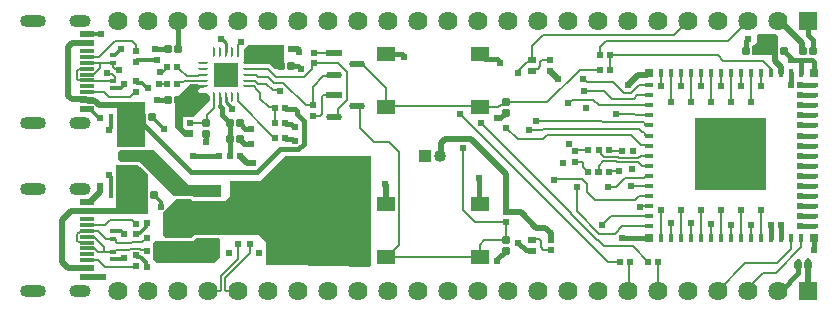
<source format=gtl>
G04*
G04 #@! TF.GenerationSoftware,Altium Limited,Altium Designer,25.8.1 (18)*
G04*
G04 Layer_Physical_Order=1*
G04 Layer_Color=255*
%FSLAX25Y25*%
%MOIN*%
G70*
G04*
G04 #@! TF.SameCoordinates,84CAB14F-A09E-4842-903A-F773CCEDBAE3*
G04*
G04*
G04 #@! TF.FilePolarity,Positive*
G04*
G01*
G75*
%ADD12C,0.00600*%
%ADD17R,0.02126X0.02362*%
G04:AMPARAMS|DCode=18|XSize=33.06mil|YSize=9.55mil|CornerRadius=4.77mil|HoleSize=0mil|Usage=FLASHONLY|Rotation=270.000|XOffset=0mil|YOffset=0mil|HoleType=Round|Shape=RoundedRectangle|*
%AMROUNDEDRECTD18*
21,1,0.03306,0.00000,0,0,270.0*
21,1,0.02351,0.00955,0,0,270.0*
1,1,0.00955,0.00000,-0.01176*
1,1,0.00955,0.00000,0.01176*
1,1,0.00955,0.00000,0.01176*
1,1,0.00955,0.00000,-0.01176*
%
%ADD18ROUNDEDRECTD18*%
%ADD19R,0.04528X0.02362*%
%ADD20R,0.02362X0.01378*%
%ADD21R,0.02362X0.02126*%
G04:AMPARAMS|DCode=22|XSize=23.62mil|YSize=26.38mil|CornerRadius=2.95mil|HoleSize=0mil|Usage=FLASHONLY|Rotation=270.000|XOffset=0mil|YOffset=0mil|HoleType=Round|Shape=RoundedRectangle|*
%AMROUNDEDRECTD22*
21,1,0.02362,0.02047,0,0,270.0*
21,1,0.01772,0.02638,0,0,270.0*
1,1,0.00591,-0.01024,-0.00886*
1,1,0.00591,-0.01024,0.00886*
1,1,0.00591,0.01024,0.00886*
1,1,0.00591,0.01024,-0.00886*
%
%ADD22ROUNDEDRECTD22*%
%ADD23R,0.01378X0.02362*%
G04:AMPARAMS|DCode=24|XSize=35.43mil|YSize=68.9mil|CornerRadius=1.95mil|HoleSize=0mil|Usage=FLASHONLY|Rotation=90.000|XOffset=0mil|YOffset=0mil|HoleType=Round|Shape=RoundedRectangle|*
%AMROUNDEDRECTD24*
21,1,0.03543,0.06500,0,0,90.0*
21,1,0.03154,0.06890,0,0,90.0*
1,1,0.00390,0.03250,0.01577*
1,1,0.00390,0.03250,-0.01577*
1,1,0.00390,-0.03250,-0.01577*
1,1,0.00390,-0.03250,0.01577*
%
%ADD24ROUNDEDRECTD24*%
G04:AMPARAMS|DCode=25|XSize=125.98mil|YSize=68.9mil|CornerRadius=2.07mil|HoleSize=0mil|Usage=FLASHONLY|Rotation=90.000|XOffset=0mil|YOffset=0mil|HoleType=Round|Shape=RoundedRectangle|*
%AMROUNDEDRECTD25*
21,1,0.12598,0.06476,0,0,90.0*
21,1,0.12185,0.06890,0,0,90.0*
1,1,0.00413,0.03238,0.06093*
1,1,0.00413,0.03238,-0.06093*
1,1,0.00413,-0.03238,-0.06093*
1,1,0.00413,-0.03238,0.06093*
%
%ADD25ROUNDEDRECTD25*%
G04:AMPARAMS|DCode=26|XSize=23.62mil|YSize=26.38mil|CornerRadius=2.95mil|HoleSize=0mil|Usage=FLASHONLY|Rotation=180.000|XOffset=0mil|YOffset=0mil|HoleType=Round|Shape=RoundedRectangle|*
%AMROUNDEDRECTD26*
21,1,0.02362,0.02047,0,0,180.0*
21,1,0.01772,0.02638,0,0,180.0*
1,1,0.00591,-0.00886,0.01024*
1,1,0.00591,0.00886,0.01024*
1,1,0.00591,0.00886,-0.01024*
1,1,0.00591,-0.00886,-0.01024*
%
%ADD26ROUNDEDRECTD26*%
%ADD27R,0.02756X0.02362*%
%ADD28R,0.03150X0.03150*%
%ADD29R,0.04724X0.04724*%
%ADD30R,0.06100X0.05100*%
%ADD31R,0.01575X0.03150*%
%ADD32R,0.03150X0.01575*%
G04:AMPARAMS|DCode=33|XSize=53.43mil|YSize=22.53mil|CornerRadius=11.26mil|HoleSize=0mil|Usage=FLASHONLY|Rotation=0.000|XOffset=0mil|YOffset=0mil|HoleType=Round|Shape=RoundedRectangle|*
%AMROUNDEDRECTD33*
21,1,0.05343,0.00000,0,0,0.0*
21,1,0.03091,0.02253,0,0,0.0*
1,1,0.02253,0.01545,0.00000*
1,1,0.02253,-0.01545,0.00000*
1,1,0.02253,-0.01545,0.00000*
1,1,0.02253,0.01545,0.00000*
%
%ADD33ROUNDEDRECTD33*%
G04:AMPARAMS|DCode=34|XSize=9.55mil|YSize=33.06mil|CornerRadius=4.77mil|HoleSize=0mil|Usage=FLASHONLY|Rotation=270.000|XOffset=0mil|YOffset=0mil|HoleType=Round|Shape=RoundedRectangle|*
%AMROUNDEDRECTD34*
21,1,0.00955,0.02351,0,0,270.0*
21,1,0.00000,0.03306,0,0,270.0*
1,1,0.00955,-0.01176,0.00000*
1,1,0.00955,-0.01176,0.00000*
1,1,0.00955,0.01176,0.00000*
1,1,0.00955,0.01176,0.00000*
%
%ADD34ROUNDEDRECTD34*%
%ADD35R,0.00955X0.03306*%
%ADD36R,0.04528X0.01181*%
%ADD37R,0.05343X0.02253*%
%ADD51R,0.08071X0.08071*%
G04:AMPARAMS|DCode=52|XSize=39.37mil|YSize=70.87mil|CornerRadius=19.68mil|HoleSize=0mil|Usage=FLASHONLY|Rotation=270.000|XOffset=0mil|YOffset=0mil|HoleType=Round|Shape=RoundedRectangle|*
%AMROUNDEDRECTD52*
21,1,0.03937,0.03150,0,0,270.0*
21,1,0.00000,0.07087,0,0,270.0*
1,1,0.03937,-0.01575,0.00000*
1,1,0.03937,-0.01575,0.00000*
1,1,0.03937,0.01575,0.00000*
1,1,0.03937,0.01575,0.00000*
%
%ADD52ROUNDEDRECTD52*%
G04:AMPARAMS|DCode=54|XSize=39.37mil|YSize=86.61mil|CornerRadius=19.68mil|HoleSize=0mil|Usage=FLASHONLY|Rotation=270.000|XOffset=0mil|YOffset=0mil|HoleType=Round|Shape=RoundedRectangle|*
%AMROUNDEDRECTD54*
21,1,0.03937,0.04724,0,0,270.0*
21,1,0.00000,0.08661,0,0,270.0*
1,1,0.03937,-0.02362,0.00000*
1,1,0.03937,-0.02362,0.00000*
1,1,0.03937,0.02362,0.00000*
1,1,0.03937,0.02362,0.00000*
%
%ADD54ROUNDEDRECTD54*%
%ADD59R,0.01575X0.01575*%
%ADD60C,0.00603*%
%ADD61C,0.01001*%
%ADD62C,0.01500*%
%ADD63C,0.02000*%
%ADD64C,0.01200*%
%ADD65C,0.06400*%
%ADD66R,0.06400X0.06400*%
%ADD67R,0.04000X0.04000*%
%ADD68C,0.04000*%
%ADD69R,0.04000X0.04000*%
%ADD70C,0.02400*%
G36*
X255000Y90000D02*
X255000Y83500D01*
X246500D01*
Y86500D01*
X248000Y87500D01*
Y90000D01*
X248500Y90500D01*
X254500D01*
X255000Y90000D01*
D02*
G37*
G36*
X90400Y79228D02*
X89972Y78807D01*
X87450Y78850D01*
X85900Y80400D01*
X77524D01*
X77100Y80824D01*
X77100Y85600D01*
X78500Y87000D01*
X90400D01*
Y79228D01*
D02*
G37*
G36*
X61600Y71500D02*
X62200Y70900D01*
X64800D01*
X65700Y70000D01*
Y68400D01*
X60200Y62900D01*
X56800D01*
Y59300D01*
X56819Y59281D01*
Y58638D01*
X57462D01*
X57700Y58400D01*
X60200D01*
Y56200D01*
X57500D01*
X54100Y59600D01*
Y69900D01*
X55300D01*
X59200Y73800D01*
X61600Y73800D01*
Y71500D01*
D02*
G37*
G36*
X44200Y67927D02*
Y53020D01*
X35900D01*
X35802Y53000D01*
X34600D01*
Y67537D01*
X35025Y67960D01*
X44200Y67927D01*
D02*
G37*
G36*
X251000Y38500D02*
X227500D01*
Y62500D01*
X251000D01*
Y38500D01*
D02*
G37*
G36*
X58800Y40100D02*
X69500D01*
Y36206D01*
X60296D01*
X59793Y36568D01*
X53900Y36600D01*
X43300Y47000D01*
X42281Y48000D01*
X36100D01*
X35200Y48900D01*
Y51300D01*
X35900Y52000D01*
X46900D01*
X58800Y40100D01*
D02*
G37*
G36*
X119500Y13378D02*
X118959Y12848D01*
X91876Y13480D01*
X84500D01*
Y21000D01*
X82000Y23500D01*
X68735D01*
X68676Y23512D01*
X61500D01*
X61440Y23500D01*
X60500D01*
X59500Y22500D01*
X51000D01*
X50000Y23500D01*
Y31000D01*
X54500Y35500D01*
X59500D01*
X60000Y35000D01*
X71000Y35000D01*
X72500Y36500D01*
Y41500D01*
X82500D01*
X91000Y50000D01*
X119500D01*
Y13378D01*
D02*
G37*
G36*
X36100Y46980D02*
X41864D01*
X42586Y46272D01*
X45000Y43904D01*
Y30500D01*
X34500D01*
Y47000D01*
X36002D01*
X36100Y46980D01*
D02*
G37*
G36*
X69100Y22068D02*
X69100Y21440D01*
X69100Y16300D01*
X67100Y14300D01*
X48100D01*
X46700Y15700D01*
Y20800D01*
X47340Y21440D01*
X59951D01*
X61500Y22492D01*
X68676D01*
X69100Y22068D01*
D02*
G37*
D12*
X67063Y65781D02*
Y69459D01*
X74937Y68328D02*
Y69459D01*
X78541Y73063D02*
X80437D01*
X78541Y75032D02*
X80731D01*
X79694Y76977D02*
X81123D01*
X79694Y78946D02*
X81500D01*
X80437Y73063D02*
X81500Y72000D01*
X80731Y75032D02*
X81500Y74263D01*
X81123Y76977D02*
X81500Y76600D01*
X74937Y84541D02*
Y86914D01*
X75523Y87500D01*
X80000Y85000D02*
X80179Y84821D01*
X74937Y68328D02*
X86584Y56681D01*
X86736D01*
X87299Y56118D01*
Y56000D02*
Y56118D01*
X64683Y63402D02*
X67063Y65781D01*
X64683Y60904D02*
Y63402D01*
X64500Y60720D02*
X64683Y60904D01*
X59000Y60701D02*
X59010Y60711D01*
X64490D01*
X64500Y60720D01*
X100000Y66701D02*
Y73000D01*
X103520Y76520D01*
X107018D01*
X107258Y76760D01*
X90018Y74300D02*
X97618Y66701D01*
X100000D01*
X87028Y74300D02*
X90018D01*
X85066Y76263D02*
X87028Y74300D01*
X81837Y76263D02*
X85066D01*
X81500Y76600D02*
X81837Y76263D01*
X99819Y79001D02*
Y80236D01*
X100382Y80799D01*
X100500D01*
X97118Y76300D02*
X99819Y79001D01*
X100500Y80799D02*
X108478D01*
X111429Y77848D01*
Y68493D02*
Y77848D01*
X108323Y65386D02*
X111429Y68493D01*
X108323Y63338D02*
Y65386D01*
X107744Y62760D02*
X108323Y63338D01*
X107258Y62760D02*
X107744D01*
X87892Y76300D02*
X97118D01*
X85246Y78946D02*
X87892Y76300D01*
X81500Y78946D02*
X85246D01*
X75500Y87500D02*
X75523D01*
X75500D02*
X76000Y88000D01*
X149000Y64000D02*
X198500Y14500D01*
X202299D01*
X87299Y61000D02*
Y66000D01*
X81500Y72000D02*
X82500Y71000D01*
X85322Y66178D02*
X87239D01*
X87299Y66118D01*
X82500Y69000D02*
Y71000D01*
Y69000D02*
X85322Y66178D01*
X206617Y19800D02*
X211799Y14618D01*
Y14500D02*
Y14618D01*
X86732Y71768D02*
X88732D01*
X89000Y71500D01*
X84500Y74000D02*
X86732Y71768D01*
X81763Y74000D02*
X84500D01*
X81500Y74263D02*
X81763Y74000D01*
X195000Y22000D02*
X197200Y19800D01*
X156000Y61000D02*
X186000Y31000D01*
X197200Y19800D02*
X206617D01*
X194672Y22000D02*
X195000D01*
X186000Y30672D02*
X194672Y22000D01*
X186000Y30672D02*
Y31000D01*
X199700Y68800D02*
X206947D01*
X190500Y71500D02*
X197000D01*
X199700Y68800D01*
X193319Y68700D02*
X195286Y66732D01*
X186486Y68700D02*
X193319D01*
X185000Y67500D02*
X185286D01*
X186486Y68700D01*
X195286Y66732D02*
X211945D01*
X201000Y64000D02*
X207090D01*
X207704Y63386D01*
X200182Y74500D02*
X203882Y70800D01*
X190000Y75500D02*
X190286D01*
X191286Y74500D02*
X200182D01*
X190286Y75500D02*
X191286Y74500D01*
X174500Y61500D02*
X196257D01*
X172000Y58500D02*
X176379D01*
X176679Y58800D01*
X208701D01*
X164500Y67721D02*
X178220D01*
X189000Y78500D01*
X195799D01*
X176000Y19417D02*
X176819Y18598D01*
X173000Y21870D02*
X173338Y22208D01*
X175292D01*
X176000Y19417D02*
Y21500D01*
X175292Y22208D02*
X176000Y21500D01*
X176819Y18598D02*
X179500D01*
X188000Y31500D02*
Y39500D01*
Y31500D02*
X195500Y24000D01*
X200682D01*
X80179Y84821D02*
X83200D01*
X83761Y85382D01*
X89181D01*
X89289Y85490D02*
X89299Y85500D01*
X89181Y85382D02*
X89289Y85490D01*
X89280Y80000D02*
X89289Y80010D01*
X40882Y71299D02*
X41000D01*
X39083Y69500D02*
X40882Y71299D01*
X32000Y69500D02*
X39083D01*
X30398Y71102D02*
X32000Y69500D01*
X24764Y71102D02*
X30398D01*
X41000Y84701D02*
Y87000D01*
X39800Y88200D02*
X41000Y87000D01*
X34150Y88200D02*
X39800D01*
X28863Y82913D02*
X34150Y88200D01*
X24764Y82913D02*
X28863D01*
X206200Y56800D02*
X209558Y53443D01*
X176823Y55505D02*
X178118Y56800D01*
X206200D01*
X210284Y57752D02*
X210870Y57166D01*
X209749Y57752D02*
X210284D01*
X208701Y58800D02*
X209749Y57752D01*
X196659Y61098D02*
X210284D01*
X210870Y60513D01*
X196257Y61500D02*
X196659Y61098D01*
X211157Y60039D02*
X211945D01*
X210870Y60327D02*
Y60513D01*
Y60327D02*
X211157Y60039D01*
X164500Y59286D02*
X168281Y55505D01*
X176823D01*
X210550Y42700D02*
X211157Y43307D01*
X211945D01*
X204200Y42700D02*
X210550D01*
X198500Y39500D02*
X201000D01*
X204200Y42700D01*
X211849Y53443D02*
X211945Y53347D01*
X209558Y53443D02*
X211849D01*
X30807Y12800D02*
X40501D01*
X41000Y13299D01*
X24764Y15118D02*
X28488D01*
X30807Y12800D01*
X39733Y28500D02*
X40319Y27914D01*
X32500Y28500D02*
X39733D01*
X40882Y27201D02*
X41000D01*
X40319Y27764D02*
X40882Y27201D01*
X40319Y27764D02*
Y27914D01*
X30929Y26929D02*
X32500Y28500D01*
X24764Y26929D02*
X30929D01*
X150000Y31787D02*
Y52500D01*
Y31787D02*
X153987Y27799D01*
X164500D01*
Y21721D02*
Y27799D01*
X157020Y21721D02*
X164500D01*
X155650Y20350D02*
X157020Y21721D01*
X155650Y16142D02*
Y20350D01*
X124350Y16142D02*
X155650D01*
X125500Y54500D02*
X128900Y51100D01*
X120500Y54500D02*
X125500D01*
X115788Y59212D02*
X120500Y54500D01*
X115788Y59212D02*
Y65921D01*
X128900Y20192D02*
Y51100D01*
X115209Y66500D02*
X115788Y65921D01*
X114742Y66500D02*
X115209D01*
X124850Y16142D02*
X128900Y20192D01*
X124350Y16142D02*
X124850D01*
X155650Y66142D02*
X161914D01*
X124909Y66700D02*
X155091D01*
X155650Y66142D01*
X124350D02*
X124909Y66700D01*
X163095Y66961D02*
X163174Y67039D01*
X163819D01*
X161914Y66142D02*
X162733Y66961D01*
X163095D01*
X163819Y67039D02*
X164500Y67721D01*
X124350Y66142D02*
Y72437D01*
X116288Y80500D02*
X124350Y72437D01*
X114742Y80500D02*
X116288D01*
X103000Y64000D02*
Y69654D01*
X103586Y70240D01*
X107258D01*
X102299Y63299D02*
X103000Y64000D01*
X100000Y63299D02*
X102299D01*
X107238Y84220D02*
X107258Y84240D01*
X100520Y84220D02*
X107238D01*
X100500Y84201D02*
X100520Y84220D01*
X236872Y81628D02*
X249958D01*
X235000Y83500D02*
X236872Y81628D01*
X199201Y83500D02*
X235000D01*
X252602Y77846D02*
X252890Y77559D01*
X252602Y77846D02*
Y78983D01*
X249958Y81628D02*
X252602Y78983D01*
X199201Y78500D02*
Y83500D01*
X238300Y88300D02*
X245000Y95000D01*
X197918Y88300D02*
X238300D01*
X195799Y86181D02*
X197918Y88300D01*
X195799Y83500D02*
Y86181D01*
X215000Y5000D02*
X215100Y5100D01*
Y14400D01*
X215201Y14500D01*
X205000Y5000D02*
X205350Y5350D01*
Y14150D01*
X205701Y14500D01*
X211157Y56693D02*
X211945D01*
X210870Y56980D02*
X211157Y56693D01*
X210870Y56980D02*
Y57166D01*
X207704Y63386D02*
X211945D01*
X180500Y42000D02*
X180700Y42200D01*
X189632D01*
X209134Y33134D02*
X210870D01*
X209000Y33000D02*
X209134Y33134D01*
X210870D02*
X211004Y33268D01*
X211945D01*
X206947Y68800D02*
X208225Y70079D01*
X211945D01*
X203882Y70800D02*
X206118D01*
X208744Y73425D01*
X211945D01*
X176800Y90300D02*
X220300D01*
X173000Y86500D02*
X176800Y90300D01*
X220300D02*
X225000Y95000D01*
X173000Y81870D02*
Y86500D01*
Y78130D02*
X173681Y78811D01*
X174966D01*
X175878Y79723D02*
Y81115D01*
X174966Y78811D02*
X175878Y79723D01*
Y81115D02*
X176464Y81701D01*
X179000D01*
X168500Y77500D02*
X168768Y77768D01*
X171379Y81189D02*
X172319D01*
X168768Y78578D02*
X171379Y81189D01*
X168768Y77768D02*
Y78578D01*
X172319Y81189D02*
X173000Y81870D01*
X194111Y35268D02*
X207500D01*
X191365Y38014D02*
X194111Y35268D01*
X191365Y38014D02*
Y40467D01*
X189632Y42200D02*
X191365Y40467D01*
X207500Y35268D02*
X208846Y36614D01*
X211945D01*
X200682Y24000D02*
X203256Y26575D01*
X211945D01*
X206000Y40000D02*
X206039Y39961D01*
X211945D01*
X196500Y27000D02*
X199421Y29921D01*
X211945D01*
X232784Y22468D02*
Y27216D01*
X232757Y27243D02*
X232784Y27216D01*
Y22468D02*
X232811Y22441D01*
X219463Y27463D02*
X219500Y27500D01*
X219463Y22478D02*
Y27463D01*
X226059Y22500D02*
X226118Y22441D01*
X226059Y22500D02*
Y27441D01*
X226000Y27500D02*
X226059Y27441D01*
X219425Y22441D02*
X219463Y22478D01*
X249543Y22441D02*
Y31996D01*
X246197Y22441D02*
Y26957D01*
X235000Y5000D02*
X244214Y14214D01*
X254786D01*
X259583Y19010D01*
Y22441D01*
X250000Y11000D02*
X254401D01*
X262929Y19528D01*
Y22441D01*
X245000Y6000D02*
X250000Y11000D01*
X245000Y5000D02*
Y6000D01*
X246197Y68004D02*
Y77559D01*
X216079Y73043D02*
Y77559D01*
Y22441D02*
Y31996D01*
X239504Y22441D02*
Y26957D01*
X242850Y22441D02*
Y31996D01*
X236157Y22441D02*
Y31996D01*
X229465Y22441D02*
Y31996D01*
X222772Y22441D02*
Y31996D01*
Y73043D02*
Y77559D01*
X219425Y68004D02*
Y77559D01*
X229465Y73043D02*
Y77559D01*
X226118Y68004D02*
Y77559D01*
X236157Y73043D02*
Y77559D01*
X232811Y68004D02*
Y77559D01*
X239500Y68000D02*
X239504Y68004D01*
Y77559D01*
X242850Y73043D02*
Y77559D01*
X249543Y73043D02*
Y77559D01*
D17*
X87299Y56000D02*
D03*
X90701D02*
D03*
Y61000D02*
D03*
X202299Y14500D02*
D03*
X72299Y50000D02*
D03*
D03*
X87299Y61000D02*
D03*
Y66000D02*
D03*
X211799Y14500D02*
D03*
X195201Y44500D02*
D03*
X191799D02*
D03*
X75701Y50000D02*
D03*
X92701Y85500D02*
D03*
X54902Y79500D02*
D03*
Y74000D02*
D03*
X89299Y85500D02*
D03*
X195299Y44500D02*
D03*
X198701Y51800D02*
D03*
X195299D02*
D03*
D03*
X195799Y78500D02*
D03*
X191898Y51800D02*
D03*
X198701Y44500D02*
D03*
X68898Y50000D02*
D03*
X51500Y74000D02*
D03*
Y79500D02*
D03*
X90701Y66000D02*
D03*
X199201Y83500D02*
D03*
X195799D02*
D03*
X205701Y14500D02*
D03*
X215201D02*
D03*
X199201Y78500D02*
D03*
D18*
X74937Y69459D02*
D03*
X71000Y84541D02*
D03*
Y69459D02*
D03*
X67063D02*
D03*
X69032D02*
D03*
X72969Y84541D02*
D03*
X69032D02*
D03*
X67063D02*
D03*
X72969Y69459D02*
D03*
D19*
X24764Y9409D02*
D03*
Y34606D02*
D03*
Y65394D02*
D03*
Y90591D02*
D03*
Y68543D02*
D03*
Y87441D02*
D03*
Y31457D02*
D03*
Y12559D02*
D03*
D20*
X33500Y15441D02*
D03*
Y24780D02*
D03*
Y72441D02*
D03*
Y83559D02*
D03*
Y18000D02*
D03*
Y81000D02*
D03*
Y75000D02*
D03*
Y22220D02*
D03*
D21*
X41000Y16701D02*
D03*
Y81299D02*
D03*
Y74701D02*
D03*
Y23799D02*
D03*
X59000Y60701D02*
D03*
X100000Y66701D02*
D03*
X100500Y80799D02*
D03*
X164500Y31201D02*
D03*
X179000Y78299D02*
D03*
X179500Y22000D02*
D03*
X100000Y63299D02*
D03*
X59000Y57299D02*
D03*
X41000Y27201D02*
D03*
X179500Y18598D02*
D03*
X41000Y84701D02*
D03*
Y71299D02*
D03*
X179000Y81701D02*
D03*
X41000Y13299D02*
D03*
X164500Y27799D02*
D03*
X100500Y84201D02*
D03*
D22*
X58000Y23720D02*
D03*
X52500D02*
D03*
X58000Y34280D02*
D03*
X64500Y57279D02*
D03*
X164500Y64280D02*
D03*
Y18280D02*
D03*
X64500Y60720D02*
D03*
X164500Y67721D02*
D03*
Y21721D02*
D03*
X58000Y37721D02*
D03*
Y20279D02*
D03*
X52500D02*
D03*
D23*
X32721Y37000D02*
D03*
Y63000D02*
D03*
X35280D02*
D03*
Y37000D02*
D03*
D24*
X65697Y29000D02*
D03*
Y38055D02*
D03*
Y19945D02*
D03*
D25*
X90303Y29000D02*
D03*
D26*
X47221Y37000D02*
D03*
X75721Y61000D02*
D03*
X46441Y63000D02*
D03*
X51780Y68500D02*
D03*
Y85500D02*
D03*
X75721Y55500D02*
D03*
X244280Y85000D02*
D03*
X266721D02*
D03*
X257221D02*
D03*
X261779Y13500D02*
D03*
X92721Y80000D02*
D03*
X72280Y55500D02*
D03*
Y61000D02*
D03*
X247721Y85000D02*
D03*
X253780D02*
D03*
X263280D02*
D03*
X265220Y13500D02*
D03*
X89280Y80000D02*
D03*
X55221Y68500D02*
D03*
Y85500D02*
D03*
X43000Y63000D02*
D03*
X43780Y37000D02*
D03*
D27*
X173000Y18130D02*
D03*
Y81870D02*
D03*
Y78130D02*
D03*
Y21870D02*
D03*
D28*
X211945Y22441D02*
D03*
Y77559D02*
D03*
X267063Y22441D02*
D03*
Y77559D02*
D03*
D29*
X233008Y50000D02*
D03*
Y43504D02*
D03*
X239504D02*
D03*
Y50000D02*
D03*
X233008Y56496D02*
D03*
X239504D02*
D03*
X246000Y43504D02*
D03*
Y50000D02*
D03*
D30*
X155650Y83858D02*
D03*
X124350D02*
D03*
X155650Y33858D02*
D03*
X124350D02*
D03*
Y16142D02*
D03*
X155650D02*
D03*
Y66142D02*
D03*
X124350D02*
D03*
D31*
X252890Y22441D02*
D03*
X256236D02*
D03*
X262929Y77559D02*
D03*
X259583D02*
D03*
X256236D02*
D03*
X262929Y22441D02*
D03*
X259583D02*
D03*
X249543D02*
D03*
X246197D02*
D03*
X242850D02*
D03*
X239504D02*
D03*
X236157D02*
D03*
X232811D02*
D03*
X229465D02*
D03*
X226118D02*
D03*
X222772D02*
D03*
X219425D02*
D03*
X216079D02*
D03*
Y77559D02*
D03*
X219425D02*
D03*
X222772D02*
D03*
X226118D02*
D03*
X229465D02*
D03*
X232811D02*
D03*
X236157D02*
D03*
X239504D02*
D03*
X242850D02*
D03*
X246197D02*
D03*
X249543D02*
D03*
X252890D02*
D03*
D32*
X267063Y26575D02*
D03*
Y29921D02*
D03*
Y33268D02*
D03*
Y39961D02*
D03*
Y36614D02*
D03*
Y50000D02*
D03*
Y43307D02*
D03*
Y46654D02*
D03*
Y53347D02*
D03*
Y63386D02*
D03*
Y56693D02*
D03*
Y60039D02*
D03*
Y70079D02*
D03*
Y66732D02*
D03*
Y73425D02*
D03*
X211945Y46654D02*
D03*
Y50000D02*
D03*
Y26575D02*
D03*
Y29921D02*
D03*
Y33268D02*
D03*
Y36614D02*
D03*
Y39961D02*
D03*
Y43307D02*
D03*
Y53347D02*
D03*
Y56693D02*
D03*
Y60039D02*
D03*
Y63386D02*
D03*
Y66732D02*
D03*
Y70079D02*
D03*
Y73425D02*
D03*
D33*
X107258Y76760D02*
D03*
Y62760D02*
D03*
X114742Y80500D02*
D03*
Y66500D02*
D03*
D34*
X78541Y77000D02*
D03*
Y78969D02*
D03*
Y73063D02*
D03*
Y75032D02*
D03*
X63459Y80937D02*
D03*
Y78969D02*
D03*
Y73063D02*
D03*
X78541Y80937D02*
D03*
X63459Y75032D02*
D03*
Y77000D02*
D03*
D35*
X74937Y84541D02*
D03*
D36*
X24764Y19055D02*
D03*
Y22992D02*
D03*
Y84882D02*
D03*
Y82913D02*
D03*
Y80945D02*
D03*
Y78976D02*
D03*
Y77008D02*
D03*
Y75039D02*
D03*
Y73071D02*
D03*
Y71102D02*
D03*
Y15118D02*
D03*
Y17087D02*
D03*
Y21024D02*
D03*
Y24961D02*
D03*
Y26929D02*
D03*
Y28898D02*
D03*
D37*
X107258Y84240D02*
D03*
Y70240D02*
D03*
D51*
X71000Y77000D02*
D03*
D52*
X22500Y5000D02*
D03*
Y39016D02*
D03*
Y60984D02*
D03*
Y95000D02*
D03*
D54*
X6752Y5000D02*
D03*
Y39016D02*
D03*
Y60984D02*
D03*
Y95000D02*
D03*
D59*
X246000Y56496D02*
D03*
D60*
X60500Y76434D02*
X61754D01*
X60500Y75032D02*
X63459D01*
X61754Y76434D02*
X62319Y77000D01*
X63459D01*
X57967Y76434D02*
X60500D01*
X55781Y78620D02*
X57967Y76434D01*
X54902Y79382D02*
Y79500D01*
X55663Y78620D02*
X55781D01*
X54902Y79382D02*
X55663Y78620D01*
X50000Y78000D02*
X51000Y79000D01*
X189604Y47896D02*
X190111Y47388D01*
X187500Y48000D02*
X187604Y47896D01*
X187800Y51800D02*
X191898D01*
X187500Y51500D02*
X187800Y51800D01*
X187604Y47896D02*
X189604D01*
X190111Y46204D02*
Y47388D01*
Y46204D02*
X191898Y44418D01*
Y44300D02*
Y44418D01*
X24764Y19055D02*
X25047Y19338D01*
X33992Y18000D02*
X34380Y18387D01*
X25053Y22703D02*
X27214D01*
X24764Y22992D02*
X25053Y22703D01*
X25047Y19338D02*
X27214D01*
X28551Y18000D01*
X27214Y22703D02*
X30500Y19417D01*
X28551Y18000D02*
X30500D01*
Y19417D01*
Y18000D02*
X32000D01*
X33500D01*
X39363Y18865D02*
X42637D01*
X42875Y18627D01*
X38885Y18387D02*
X39363Y18865D01*
X42875Y18627D02*
X43587D01*
X44114Y18100D01*
X34380Y18387D02*
X38885D01*
X44114Y18100D02*
X44600D01*
X75000Y15484D02*
Y20500D01*
X69298Y9783D02*
X75000Y15484D01*
X79000Y20500D02*
X79034Y20466D01*
Y17534D02*
Y20466D01*
X70701Y9201D02*
X79034Y17534D01*
X69298Y5353D02*
Y9783D01*
X70701Y5353D02*
Y9201D01*
X34733Y20812D02*
X39490D01*
X39730Y21052D01*
X43051D01*
X44600Y22600D01*
X196061Y50469D02*
Y51038D01*
X201466Y47796D02*
X208532D01*
X195299Y51800D02*
X196061Y51038D01*
X209269Y50000D02*
X211945D01*
X208532Y47796D02*
X209819Y46509D01*
X196061Y50469D02*
X197012Y49517D01*
X201147Y48114D02*
X201466Y47796D01*
X201728Y49517D02*
X202047Y49198D01*
X197012Y49517D02*
X201728D01*
X202047Y49198D02*
X208467D01*
X195299Y46647D02*
X196767Y48114D01*
X201147D01*
X208467Y49198D02*
X209269Y50000D01*
X198701Y44500D02*
X199001Y44800D01*
X202100D01*
X57401Y75032D02*
X60500D01*
X56815Y74445D02*
X57401Y75032D01*
X55201Y74000D02*
X55646Y74445D01*
X56815D01*
X33500Y79500D02*
Y81000D01*
Y79500D02*
X34156Y78844D01*
X35156D01*
X35500Y78500D01*
X33584Y75000D02*
X33972Y75388D01*
X31779Y77221D02*
X32991D01*
X33972Y76240D01*
Y75388D02*
Y76240D01*
X33500Y75000D02*
X33584D01*
X31500Y77500D02*
X31779Y77221D01*
X33480Y75020D02*
X33500Y75000D01*
X24783Y75020D02*
X33480D01*
X24764Y75039D02*
X24783Y75020D01*
X29132Y79215D02*
Y80972D01*
X27214Y77297D02*
X29132Y79215D01*
X25053Y77297D02*
X27214D01*
X24764Y77008D02*
X25053Y77297D01*
X29132Y80972D02*
X33472D01*
X24791D02*
X29132D01*
X33472D02*
X33500Y81000D01*
X24764Y80945D02*
X24791Y80972D01*
X21500Y75682D02*
Y78274D01*
Y75682D02*
X21853Y75328D01*
X24475D01*
X24764Y75039D01*
X22019Y78793D02*
X24581D01*
X21500Y78274D02*
X22019Y78793D01*
X24581D02*
X24764Y78976D01*
X48701Y74000D02*
X51500D01*
X49000Y78000D02*
X50000D01*
X211800Y46509D02*
X211945Y46654D01*
X209819Y46509D02*
X211800D01*
X195299Y44300D02*
Y46647D01*
X31237Y22220D02*
X33008D01*
X28497Y24961D02*
X31237Y22220D01*
X24764Y24961D02*
X28497D01*
X24764Y21024D02*
X25047Y20741D01*
X21500Y21500D02*
X21949Y21051D01*
X24736D01*
X24764Y21024D01*
X21500Y21500D02*
Y23858D01*
X22314Y24672D01*
X24475D01*
X24764Y24961D01*
X33500Y22220D02*
X33992D01*
X34380Y21165D02*
X34733Y20812D01*
X34380Y21165D02*
Y21833D01*
X33992Y22220D02*
X34380Y21833D01*
X70701Y5353D02*
X71055Y5000D01*
X75000D01*
X68945D02*
X69298Y5353D01*
X65000Y5000D02*
X68945D01*
X198701Y51800D02*
X199001Y51500D01*
X203000D01*
D61*
X61500Y73000D02*
X61540Y73040D01*
X63436D01*
X63459Y73063D01*
X71000Y69459D02*
X71023Y69436D01*
Y67977D02*
Y69436D01*
X71000Y84541D02*
Y87500D01*
X79444Y81210D02*
X80234Y81999D01*
X81500D01*
X69032Y66531D02*
Y69459D01*
X71023Y67977D02*
X72732Y66268D01*
Y65768D02*
Y66268D01*
Y65768D02*
X73000Y65500D01*
X70000Y88500D02*
X71000Y87500D01*
D62*
X69032Y66531D02*
X69727Y65836D01*
X257221Y84862D02*
X259500Y82583D01*
X257221Y84862D02*
Y85000D01*
X259500Y82000D02*
Y82583D01*
X262929Y77559D02*
Y81466D01*
X259500Y82000D02*
X259672Y81828D01*
X267063Y77559D02*
Y81121D01*
X266356Y81828D02*
X267063Y81121D01*
X259672Y81828D02*
X266356D01*
X244280Y88036D02*
X245000Y88757D01*
X244280Y85000D02*
Y88036D01*
X245000Y88757D02*
Y89000D01*
X259541Y73541D02*
Y77518D01*
X259583Y77559D01*
X259500Y73500D02*
X259541Y73541D01*
X262547Y70079D02*
X267063D01*
X262547Y73425D02*
X267063D01*
X262547Y53347D02*
X267063D01*
X262547Y63386D02*
X267063D01*
X262547Y56693D02*
X267063D01*
X262547Y66732D02*
X267063D01*
X262547Y60039D02*
X267063D01*
X252890Y22441D02*
Y26957D01*
X256236Y22441D02*
Y26957D01*
X262547Y26575D02*
X267063D01*
X262547Y29921D02*
X267063D01*
X262547Y33268D02*
X267063D01*
X262547Y36614D02*
X267063D01*
X262547Y50000D02*
X267063D01*
X262547Y39961D02*
X267063D01*
X262547Y43307D02*
X267063D01*
X262547Y46654D02*
X267063D01*
X267032Y18531D02*
Y22409D01*
X267000Y18500D02*
X267032Y18531D01*
Y22409D02*
X267063Y22441D01*
X256000Y5000D02*
X261779Y10780D01*
X255000Y5000D02*
X256000D01*
X155500Y34008D02*
X155650Y33858D01*
X203000Y22500D02*
X203029Y22470D01*
X211915D01*
X211945Y22441D01*
X170940Y18561D02*
X172372D01*
X172803Y18130D01*
X168501Y21000D02*
X170940Y18561D01*
X172803Y18130D02*
X173000D01*
X168500Y21000D02*
X168501D01*
X164362Y18280D02*
X164500D01*
X161500Y15417D02*
X164362Y18280D01*
X161500Y15000D02*
Y15417D01*
X155500Y34008D02*
Y42500D01*
X164362Y64280D02*
X164500D01*
X162583Y62500D02*
X164362Y64280D01*
X161500Y62500D02*
X162583D01*
X155650Y83858D02*
X157450Y82058D01*
X161442D01*
X162000Y81500D01*
X124350Y83858D02*
X129642D01*
X130000Y83500D01*
X92721Y80000D02*
X95000D01*
X75721Y60862D02*
Y61000D01*
Y60862D02*
X77583Y59000D01*
X78500D01*
X75721Y55362D02*
Y55500D01*
Y55362D02*
X76152Y54931D01*
X76289D01*
X77220Y54000D01*
X78500D01*
X64500Y54500D02*
Y57279D01*
X48000Y68500D02*
X51780D01*
X48500Y85500D02*
X51780D01*
X261779Y10780D02*
Y13500D01*
Y15000D01*
X90701Y60882D02*
Y61000D01*
X93757Y59500D02*
X94000D01*
X91014Y60569D02*
X92688D01*
X93757Y59500D01*
X90701Y60882D02*
X91014Y60569D01*
X93757Y55000D02*
X94000D01*
X91014Y55569D02*
X93188D01*
X90701Y55882D02*
X91014Y55569D01*
X93188D02*
X93757Y55000D01*
X90701Y55882D02*
Y56000D01*
X266721Y85000D02*
Y88480D01*
X265000Y90200D02*
X266721Y88480D01*
X265000Y90200D02*
Y95000D01*
X72289Y50010D02*
X72299Y50000D01*
X72289Y50010D02*
Y55490D01*
X72280Y55500D02*
X72289Y55490D01*
X72280Y55500D02*
Y61000D01*
X71907Y61372D02*
Y61510D01*
X69727Y63690D02*
Y65836D01*
Y63690D02*
X71907Y61510D01*
X81500Y44550D02*
X89000Y52050D01*
X95222D01*
X96950Y53778D01*
X59278Y44550D02*
X81500D01*
X43431Y60397D02*
X59278Y44550D01*
X57862Y37721D02*
X58030Y37888D01*
X57629Y71047D02*
X59376Y69300D01*
X57629Y71047D02*
X59583Y73000D01*
X55360Y68778D02*
X57629Y71047D01*
X55221Y59761D02*
Y68500D01*
X59376Y69300D02*
X64200D01*
X59583Y73000D02*
X61500D01*
X83235Y82000D02*
X85374D01*
X89289Y80010D02*
Y85490D01*
X87072Y80302D02*
X88978D01*
X89280Y80000D01*
X85374Y82000D02*
X87072Y80302D01*
X83234Y81999D02*
X83235Y82000D01*
X81500Y81999D02*
X83234D01*
X58687Y57612D02*
X59000Y57299D01*
X57370Y57612D02*
X58687D01*
X55221Y59761D02*
X57370Y57612D01*
X60000Y50000D02*
X68898D01*
X58030Y37888D02*
X65530D01*
X65697Y38055D01*
X45583Y50000D02*
X57862Y37721D01*
X37500Y50000D02*
X45583D01*
X43000Y63000D02*
X43431Y62569D01*
Y60397D02*
Y62569D01*
X96950Y53778D02*
Y61484D01*
X97069Y61603D01*
X94757Y63915D02*
X97069Y61603D01*
X94757Y63915D02*
Y65000D01*
X57942Y20221D02*
X58000Y20279D01*
X57942Y17685D02*
Y20221D01*
X57000Y16744D02*
X57942Y17685D01*
X57000Y16500D02*
Y16744D01*
X52500Y16500D02*
Y20279D01*
X58167Y20112D02*
X65530D01*
X65697Y19945D01*
X55110Y85610D02*
X55221Y85500D01*
X55110Y85610D02*
Y94890D01*
X55000Y95000D02*
X55110Y94890D01*
X91014Y65569D02*
X94188D01*
X94757Y65000D01*
X90701Y65882D02*
X91014Y65569D01*
X90701Y65882D02*
Y66000D01*
D63*
X239500Y40000D02*
Y43500D01*
X229000Y44000D02*
X232512D01*
X239500Y43500D02*
X239504Y43504D01*
X232512Y44000D02*
X233008Y43504D01*
X239500Y56500D02*
X239504Y56496D01*
X239500Y56500D02*
Y60500D01*
X211370Y76984D02*
X211945Y77559D01*
X246004Y43500D02*
X249500D01*
X246000Y43504D02*
X246004Y43500D01*
X246000Y50000D02*
X249500D01*
X246000Y56496D02*
X249496D01*
X249500Y56500D01*
X205000Y73500D02*
X208484Y76984D01*
X211370D01*
X124350Y33858D02*
Y40150D01*
X124000Y40500D02*
X124350Y40150D01*
X59500Y29000D02*
X65697D01*
X58000Y27500D02*
X59500Y29000D01*
X58000Y23720D02*
Y27500D01*
Y30500D02*
Y34280D01*
Y30500D02*
X59500Y29000D01*
X52645Y23866D02*
Y26145D01*
X52500Y23720D02*
X52645Y23866D01*
X51500Y29000D02*
X55500D01*
X59500D01*
X52645Y26145D02*
X55500Y29000D01*
X24764Y9409D02*
X29909D01*
X30000Y9500D01*
X24764Y34606D02*
X25846D01*
X29000Y37760D01*
Y39000D01*
X90303Y29000D02*
Y29555D01*
X92748Y32000D01*
X97500D01*
X229000Y50000D02*
X233008D01*
X233006Y56498D02*
X233008Y56496D01*
X229000Y56500D02*
X229002Y56498D01*
X233006D01*
X253500Y88892D02*
X253780Y88612D01*
Y85000D02*
Y88612D01*
X253500Y88892D02*
Y89000D01*
X253780Y85000D02*
X253961Y84819D01*
X179181Y78119D02*
Y78236D01*
X181700Y75600D02*
Y75600D01*
X179118Y78299D02*
X179181Y78236D01*
X179000Y78299D02*
X179118D01*
X179181Y78119D02*
X181700Y75600D01*
X247721Y85000D02*
Y85138D01*
X249500Y86917D01*
X263241Y85039D02*
X263280Y85000D01*
X265000Y5000D02*
X265220Y5221D01*
X249500Y86917D02*
Y89000D01*
X263241Y85039D02*
Y87531D01*
X95345Y85155D02*
X95345D01*
X92701Y85469D02*
X92764Y85406D01*
X92701Y85469D02*
Y85500D01*
X95094Y85406D02*
X95345Y85155D01*
X92764Y85406D02*
X95094D01*
X75764Y49819D02*
Y49937D01*
X80000Y47500D02*
X80000Y47500D01*
X75764Y49819D02*
X78082Y47500D01*
X80000D01*
X75701Y50000D02*
X75764Y49937D01*
X265220Y5221D02*
Y13500D01*
Y15000D01*
X255772Y95000D02*
X263241Y87531D01*
X255000Y95000D02*
X255772D01*
X256000D01*
X256024Y77772D02*
X256236Y77559D01*
X256024Y77772D02*
Y79616D01*
X253961Y81679D02*
X256024Y79616D01*
X253961Y81679D02*
Y84819D01*
X255386Y95386D02*
X255772Y95000D01*
X142500Y50000D02*
X142883Y50383D01*
Y54328D01*
X144254Y55700D01*
X152800D01*
X164500Y44000D01*
Y31201D02*
Y44000D01*
Y31201D02*
X169299D01*
X174500Y26000D01*
X179319Y22063D02*
X179382Y22000D01*
X174500Y26000D02*
X177500D01*
X179319Y22063D02*
Y24181D01*
X177500Y26000D02*
X179319Y24181D01*
X179382Y22000D02*
X179500D01*
X52500Y16500D02*
X57000D01*
X48000D02*
X52500D01*
X24583Y68724D02*
X24764Y68543D01*
X24945Y68362D02*
X27503D01*
X28865Y67000D01*
X24764Y68543D02*
X24945Y68362D01*
X28865Y67000D02*
X37934D01*
X39105Y63000D02*
Y65828D01*
Y60500D02*
Y63000D01*
X37934Y67000D02*
X39105Y65828D01*
X38096Y55596D02*
Y59491D01*
X39105Y60500D01*
X37500Y55000D02*
X38096Y55596D01*
X18500Y70000D02*
Y86269D01*
Y70000D02*
X19776Y68724D01*
X24583D01*
X18500Y86269D02*
X19672Y87441D01*
X24764D01*
X39239Y34739D02*
Y37000D01*
X35957Y31457D02*
X39239Y34739D01*
X24764Y31457D02*
X35957D01*
X24721Y31500D02*
X24764Y31457D01*
X19500Y31500D02*
X24721D01*
X16500Y28500D02*
X19500Y31500D01*
X16500Y14500D02*
Y28500D01*
Y14500D02*
X18441Y12559D01*
X24764D01*
D64*
X33500Y24780D02*
X36220D01*
X37000Y24000D01*
X41000Y16701D02*
X41463Y16238D01*
X47221Y36862D02*
Y37000D01*
X49402Y33098D02*
X49500Y33000D01*
X49402Y33098D02*
Y34680D01*
X47221Y36862D02*
X49402Y34680D01*
X32721Y37000D02*
Y42779D01*
X32000Y43500D02*
X32721Y42779D01*
X36205Y15530D02*
X36675Y16000D01*
X37000D01*
X33589Y15530D02*
X36205D01*
X33500Y15441D02*
X33589Y15530D01*
X41000Y23799D02*
X41463Y24262D01*
X33500Y72441D02*
X35941D01*
X36500Y73000D01*
X33500Y83559D02*
X33992D01*
X35933Y85500D01*
X36000D01*
X42046Y81762D02*
X42284Y82000D01*
X41463Y81762D02*
X42046D01*
X41000Y81299D02*
X41463Y81762D01*
X42284Y82000D02*
X48000D01*
X41000Y74701D02*
X41463Y74238D01*
X43262D01*
X44500Y73000D01*
X24764Y65394D02*
X25846D01*
X28740Y62500D01*
X29000D01*
X32721Y59220D02*
Y63000D01*
X32000Y58500D02*
X32721Y59220D01*
X24764Y90591D02*
X29409D01*
X29500Y90500D01*
X46441Y62862D02*
Y63000D01*
X47022Y62281D02*
X47160D01*
X46441Y62862D02*
X47022Y62281D01*
X47160D02*
X50471Y58970D01*
X236259Y46772D02*
X236276D01*
X239504Y50000D01*
X44570Y26264D02*
Y27270D01*
X44800Y27500D01*
X41463Y24262D02*
X42568D01*
X44570Y26264D01*
X44370Y13130D02*
X44600Y12900D01*
X41463Y16238D02*
X42568D01*
X44370Y13130D02*
Y14436D01*
X42568Y16238D02*
X44370Y14436D01*
X35280Y63000D02*
X39105D01*
X43000D01*
X39239Y37000D02*
X43198D01*
X35280D02*
X39239D01*
X40016Y44543D02*
X43780Y40780D01*
X37958Y44543D02*
X40016D01*
X37500Y45000D02*
X37958Y44543D01*
X43780Y37000D02*
Y40780D01*
D65*
X35000Y5000D02*
D03*
X45000Y95000D02*
D03*
X255000Y5000D02*
D03*
Y95000D02*
D03*
X75000Y5000D02*
D03*
X65000D02*
D03*
X55000Y95000D02*
D03*
X35000D02*
D03*
X65000D02*
D03*
X75000D02*
D03*
X85000D02*
D03*
X95000D02*
D03*
X105000D02*
D03*
X115000D02*
D03*
X125000D02*
D03*
X135000D02*
D03*
X145000D02*
D03*
X155000D02*
D03*
X165000D02*
D03*
X175000D02*
D03*
X185000D02*
D03*
X195000D02*
D03*
X205000D02*
D03*
X215000D02*
D03*
X225000D02*
D03*
X235000D02*
D03*
X245000D02*
D03*
X45000Y5000D02*
D03*
X55000D02*
D03*
X85000D02*
D03*
X95000D02*
D03*
X105000D02*
D03*
X115000D02*
D03*
X125000D02*
D03*
X135000D02*
D03*
X145000D02*
D03*
X155000D02*
D03*
X165000D02*
D03*
X175000D02*
D03*
X185000D02*
D03*
X195000D02*
D03*
X205000D02*
D03*
X215000D02*
D03*
X225000D02*
D03*
X235000D02*
D03*
X245000D02*
D03*
D66*
X265000Y95000D02*
D03*
Y5000D02*
D03*
D67*
X137500Y50000D02*
D03*
D68*
X142500D02*
D03*
X37500D02*
D03*
Y45000D02*
D03*
D69*
Y55000D02*
D03*
D70*
X72500Y80000D02*
D03*
X68500Y76000D02*
D03*
Y80000D02*
D03*
X72500Y76000D02*
D03*
X64200Y69300D02*
D03*
X80000Y85000D02*
D03*
X229000Y44000D02*
D03*
X239500Y40000D02*
D03*
X229000Y50000D02*
D03*
X236253Y53280D02*
D03*
X242741Y46723D02*
D03*
X236259Y46772D02*
D03*
X242761Y53233D02*
D03*
X229000Y56500D02*
D03*
X239500Y60500D02*
D03*
X256236Y26957D02*
D03*
X252890D02*
D03*
X262547Y29921D02*
D03*
Y36614D02*
D03*
X249500Y43500D02*
D03*
X262547Y39961D02*
D03*
X249500Y50000D02*
D03*
X262547Y46654D02*
D03*
Y50000D02*
D03*
Y26575D02*
D03*
Y33268D02*
D03*
Y43307D02*
D03*
X249500Y56500D02*
D03*
X262547Y60039D02*
D03*
Y53347D02*
D03*
Y63386D02*
D03*
Y66732D02*
D03*
X259500Y73500D02*
D03*
X262547Y56693D02*
D03*
Y70079D02*
D03*
Y73425D02*
D03*
X259500Y82000D02*
D03*
X245000Y89000D02*
D03*
X267000Y18500D02*
D03*
X203000Y22500D02*
D03*
X168500Y21000D02*
D03*
X161500Y15000D02*
D03*
X155500Y42500D02*
D03*
X205000Y73500D02*
D03*
X161500Y62500D02*
D03*
X162500Y81000D02*
D03*
X130500Y83000D02*
D03*
X96000Y79000D02*
D03*
X79500Y59000D02*
D03*
Y54000D02*
D03*
X64500Y54500D02*
D03*
X73000Y65500D02*
D03*
X48000Y68500D02*
D03*
X47500Y85500D02*
D03*
X69500Y89000D02*
D03*
X124000Y40500D02*
D03*
X117000Y32000D02*
D03*
X102000D02*
D03*
X112000D02*
D03*
X107000D02*
D03*
Y39000D02*
D03*
X112000D02*
D03*
X102000D02*
D03*
X117000D02*
D03*
X97500D02*
D03*
X107000Y45500D02*
D03*
X112000D02*
D03*
X102000D02*
D03*
X117000D02*
D03*
X97500D02*
D03*
X55500Y29000D02*
D03*
X59500D02*
D03*
X51500D02*
D03*
X30000Y9500D02*
D03*
X37000Y24000D02*
D03*
X49500Y33000D02*
D03*
X29000Y40000D02*
D03*
X32000Y43500D02*
D03*
X37000Y16000D02*
D03*
X97500Y32000D02*
D03*
X82000Y17500D02*
D03*
X206500Y45400D02*
D03*
X206600Y51500D02*
D03*
X185500Y54000D02*
D03*
X37000Y74000D02*
D03*
X36000Y85500D02*
D03*
X48000Y82000D02*
D03*
X45000Y72500D02*
D03*
X29000Y62500D02*
D03*
X32000Y58500D02*
D03*
X29500Y90500D02*
D03*
X94000Y59500D02*
D03*
Y55000D02*
D03*
X50500Y59000D02*
D03*
X44800Y27500D02*
D03*
X44600Y12900D02*
D03*
X72000Y17500D02*
D03*
X191000Y66000D02*
D03*
X183500Y47500D02*
D03*
X76000Y88000D02*
D03*
X149000Y64000D02*
D03*
X156000Y61000D02*
D03*
X89000Y71500D02*
D03*
X187500Y48000D02*
D03*
Y51500D02*
D03*
X44600Y18100D02*
D03*
X190500Y71500D02*
D03*
X201000Y64000D02*
D03*
X174500Y61500D02*
D03*
X172000Y58500D02*
D03*
X253500Y89000D02*
D03*
X181700Y75600D02*
D03*
X249500Y89000D02*
D03*
X95500Y84500D02*
D03*
X80000Y47500D02*
D03*
X75000Y20500D02*
D03*
X79000D02*
D03*
X44600Y22600D02*
D03*
X202100Y44800D02*
D03*
X60000Y50000D02*
D03*
X31500Y77500D02*
D03*
X35500Y78500D02*
D03*
X48701Y74000D02*
D03*
X49000Y78000D02*
D03*
X198500Y39500D02*
D03*
X203000Y51500D02*
D03*
X57000Y16500D02*
D03*
X52500D02*
D03*
X48000D02*
D03*
X150000Y52500D02*
D03*
X164500Y59286D02*
D03*
X185000Y67500D02*
D03*
X190000Y75500D02*
D03*
X180500Y42000D02*
D03*
X196500Y27000D02*
D03*
X209000Y33000D02*
D03*
X168500Y77500D02*
D03*
X188000Y39500D02*
D03*
X206000Y40000D02*
D03*
X232757Y27243D02*
D03*
X219500Y27500D02*
D03*
X226000D02*
D03*
X249547Y32000D02*
D03*
X246197Y26957D02*
D03*
X246193Y68000D02*
D03*
X216079Y73043D02*
D03*
X216083Y32000D02*
D03*
X239504Y26957D02*
D03*
X242854Y32000D02*
D03*
X236161D02*
D03*
X229468D02*
D03*
X222776D02*
D03*
X222772Y73043D02*
D03*
X219421Y68000D02*
D03*
X229465Y73043D02*
D03*
X226114Y68000D02*
D03*
X236157Y73043D02*
D03*
X232807Y68000D02*
D03*
X239500D02*
D03*
X242850Y73043D02*
D03*
X249543D02*
D03*
M02*

</source>
